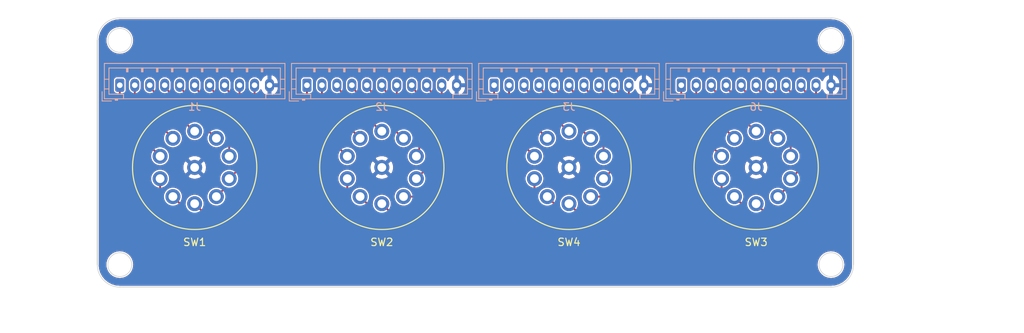
<source format=kicad_pcb>
(kicad_pcb (version 20171130) (host pcbnew "(5.1.2)-1")
  (title_block (date "sam. 04 avril 2015"))
  (layers (0 F.Cu signal) (31 B.Cu signal) (34 B.Paste user) (35 F.Paste user) (36 B.SilkS user) (37 F.SilkS user) (38 B.Mask user) (39 F.Mask user) (44 Edge.Cuts user))
  (net 0 "")
  (net 1 GND)
  (net 2 "Net-(J3-Pad1)")
  (net 3 "Net-(J3-Pad2)")
  (net 4 "Net-(J3-Pad3)")
  (net 5 "Net-(J3-Pad4)")
  (net 6 "Net-(J6-Pad1)")
  (net 7 "Net-(J6-Pad2)")
  (net 8 "Net-(J6-Pad3)")
  (net 9 "Net-(J6-Pad4)")
  (net 10 "Net-(J6-Pad5)")
  (net 11 "Net-(J6-Pad6)")
  (net 12 "Net-(J6-Pad7)")
  (net 13 "Net-(J6-Pad8)")
  (net 14 "Net-(J6-Pad9)")
  (net 15 "Net-(J6-Pad10)")
  (net 16 "Net-(J1-Pad10)")
  (net 17 "Net-(J1-Pad9)")
  (net 18 "Net-(J1-Pad8)")
  (net 19 "Net-(J1-Pad7)")
  (net 20 "Net-(J1-Pad6)")
  (net 21 "Net-(J1-Pad5)")
  (net 22 "Net-(J1-Pad4)")
  (net 23 "Net-(J1-Pad3)")
  (net 24 "Net-(J1-Pad2)")
  (net 25 "Net-(J1-Pad1)")
  (net 26 "Net-(J2-Pad1)")
  (net 27 "Net-(J2-Pad2)")
  (net 28 "Net-(J2-Pad3)")
  (net 29 "Net-(J2-Pad4)")
  (net 30 "Net-(J2-Pad5)")
  (net 31 "Net-(J2-Pad6)")
  (net 32 "Net-(J2-Pad7)")
  (net 33 "Net-(J2-Pad8)")
  (net 34 "Net-(J2-Pad9)")
  (net 35 "Net-(J2-Pad10)")
  (net 36 "Net-(J3-Pad10)")
  (net 37 "Net-(J3-Pad9)")
  (net 38 "Net-(J3-Pad8)")
  (net 39 "Net-(J3-Pad7)")
  (net 40 "Net-(J3-Pad6)")
  (net 41 "Net-(J3-Pad5)")
  (module project_footprints:Rotary10_CK_MA00L1NCGF (layer F.Cu) (at 161 84)
    (fp_text reference SW4 (at 0 10) (layer F.SilkS))
    (fp_text value SW_Rotary10)
    (fp_circle (center 0 0) (end 8.3 0) (layer F.SilkS) (width 0.15))
    (pad 13 thru_hole circle (at 0 0) (size 2 2) (drill 1.17) (layers *.Cu *.Mask) (net 1 GND))
    (pad 1 thru_hole circle (at -4.613 -1.499) (size 2 2) (drill 1.17) (layers *.Cu *.Mask) (net 2 "Net-(J3-Pad1)"))
    (pad 2 thru_hole circle (at -2.9 -3.9) (size 2 2) (drill 1.17) (layers *.Cu *.Mask) (net 3 "Net-(J3-Pad2)"))
    (pad 3 thru_hole circle (at 0 -4.85) (size 2 2) (drill 1.17) (layers *.Cu *.Mask) (net 4 "Net-(J3-Pad3)"))
    (pad 4 thru_hole circle (at 2.9 -3.9) (size 2 2) (drill 1.17) (layers *.Cu *.Mask) (net 5 "Net-(J3-Pad4)"))
    (pad 5 thru_hole circle (at 4.613 -1.499) (size 2 2) (drill 1.17) (layers *.Cu *.Mask) (net 41 "Net-(J3-Pad5)"))
    (pad 6 thru_hole circle (at 4.613 1.499) (size 2 2) (drill 1.17) (layers *.Cu *.Mask) (net 40 "Net-(J3-Pad6)"))
    (pad 7 thru_hole circle (at 2.9 3.9) (size 2 2) (drill 1.17) (layers *.Cu *.Mask) (net 39 "Net-(J3-Pad7)"))
    (pad 8 thru_hole circle (at 0 4.85) (size 2 2) (drill 1.17) (layers *.Cu *.Mask) (net 38 "Net-(J3-Pad8)"))
    (pad 9 thru_hole circle (at -2.9 3.9) (size 2 2) (drill 1.17) (layers *.Cu *.Mask) (net 37 "Net-(J3-Pad9)"))
    (pad 10 thru_hole circle (at -4.613 1.499) (size 2 2) (drill 1.17) (layers *.Cu *.Mask) (net 36 "Net-(J3-Pad10)"))
  )
  (module project_footprints:Rotary10_CK_MA00L1NCGF (layer F.Cu) (at 186 84)
    (fp_text reference SW3 (at 0 10) (layer F.SilkS))
    (fp_text value SW_Rotary10)
    (fp_circle (center 0 0) (end 8.3 0) (layer F.SilkS) (width 0.15))
    (pad 13 thru_hole circle (at 0 0) (size 2 2) (drill 1.17) (layers *.Cu *.Mask) (net 1 GND))
    (pad 1 thru_hole circle (at -4.613 -1.499) (size 2 2) (drill 1.17) (layers *.Cu *.Mask) (net 6 "Net-(J6-Pad1)"))
    (pad 2 thru_hole circle (at -2.9 -3.9) (size 2 2) (drill 1.17) (layers *.Cu *.Mask) (net 7 "Net-(J6-Pad2)"))
    (pad 3 thru_hole circle (at 0 -4.85) (size 2 2) (drill 1.17) (layers *.Cu *.Mask) (net 8 "Net-(J6-Pad3)"))
    (pad 4 thru_hole circle (at 2.9 -3.9) (size 2 2) (drill 1.17) (layers *.Cu *.Mask) (net 9 "Net-(J6-Pad4)"))
    (pad 5 thru_hole circle (at 4.613 -1.499) (size 2 2) (drill 1.17) (layers *.Cu *.Mask) (net 10 "Net-(J6-Pad5)"))
    (pad 6 thru_hole circle (at 4.613 1.499) (size 2 2) (drill 1.17) (layers *.Cu *.Mask) (net 11 "Net-(J6-Pad6)"))
    (pad 7 thru_hole circle (at 2.9 3.9) (size 2 2) (drill 1.17) (layers *.Cu *.Mask) (net 12 "Net-(J6-Pad7)"))
    (pad 8 thru_hole circle (at 0 4.85) (size 2 2) (drill 1.17) (layers *.Cu *.Mask) (net 13 "Net-(J6-Pad8)"))
    (pad 9 thru_hole circle (at -2.9 3.9) (size 2 2) (drill 1.17) (layers *.Cu *.Mask) (net 14 "Net-(J6-Pad9)"))
    (pad 10 thru_hole circle (at -4.613 1.499) (size 2 2) (drill 1.17) (layers *.Cu *.Mask) (net 15 "Net-(J6-Pad10)"))
  )
  (module project_footprints:Rotary10_CK_MA00L1NCGF (layer F.Cu) (at 111 84)
    (fp_text reference SW1 (at 0 10) (layer F.SilkS))
    (fp_text value SW_Rotary10)
    (fp_circle (center 0 0) (end 8.3 0) (layer F.SilkS) (width 0.15))
    (pad 13 thru_hole circle (at 0 0) (size 2 2) (drill 1.17) (layers *.Cu *.Mask) (net 1 GND))
    (pad 1 thru_hole circle (at -4.613 -1.499) (size 2 2) (drill 1.17) (layers *.Cu *.Mask) (net 25 "Net-(J1-Pad1)"))
    (pad 2 thru_hole circle (at -2.9 -3.9) (size 2 2) (drill 1.17) (layers *.Cu *.Mask) (net 24 "Net-(J1-Pad2)"))
    (pad 3 thru_hole circle (at 0 -4.85) (size 2 2) (drill 1.17) (layers *.Cu *.Mask) (net 23 "Net-(J1-Pad3)"))
    (pad 4 thru_hole circle (at 2.9 -3.9) (size 2 2) (drill 1.17) (layers *.Cu *.Mask) (net 22 "Net-(J1-Pad4)"))
    (pad 5 thru_hole circle (at 4.613 -1.499) (size 2 2) (drill 1.17) (layers *.Cu *.Mask) (net 21 "Net-(J1-Pad5)"))
    (pad 6 thru_hole circle (at 4.613 1.499) (size 2 2) (drill 1.17) (layers *.Cu *.Mask) (net 20 "Net-(J1-Pad6)"))
    (pad 7 thru_hole circle (at 2.9 3.9) (size 2 2) (drill 1.17) (layers *.Cu *.Mask) (net 19 "Net-(J1-Pad7)"))
    (pad 8 thru_hole circle (at 0 4.85) (size 2 2) (drill 1.17) (layers *.Cu *.Mask) (net 18 "Net-(J1-Pad8)"))
    (pad 9 thru_hole circle (at -2.9 3.9) (size 2 2) (drill 1.17) (layers *.Cu *.Mask) (net 17 "Net-(J1-Pad9)"))
    (pad 10 thru_hole circle (at -4.613 1.499) (size 2 2) (drill 1.17) (layers *.Cu *.Mask) (net 16 "Net-(J1-Pad10)"))
  )
  (module project_footprints:Rotary10_CK_MA00L1NCGF (layer F.Cu) (at 136 84)
    (fp_text reference SW2 (at 0 10) (layer F.SilkS))
    (fp_text value SW_Rotary10)
    (fp_circle (center 0 0) (end 8.3 0) (layer F.SilkS) (width 0.15))
    (pad 10 thru_hole circle (at -4.613 1.499) (size 2 2) (drill 1.17) (layers *.Cu *.Mask) (net 35 "Net-(J2-Pad10)"))
    (pad 9 thru_hole circle (at -2.9 3.9) (size 2 2) (drill 1.17) (layers *.Cu *.Mask) (net 34 "Net-(J2-Pad9)"))
    (pad 8 thru_hole circle (at 0 4.85) (size 2 2) (drill 1.17) (layers *.Cu *.Mask) (net 33 "Net-(J2-Pad8)"))
    (pad 7 thru_hole circle (at 2.9 3.9) (size 2 2) (drill 1.17) (layers *.Cu *.Mask) (net 32 "Net-(J2-Pad7)"))
    (pad 6 thru_hole circle (at 4.613 1.499) (size 2 2) (drill 1.17) (layers *.Cu *.Mask) (net 31 "Net-(J2-Pad6)"))
    (pad 5 thru_hole circle (at 4.613 -1.499) (size 2 2) (drill 1.17) (layers *.Cu *.Mask) (net 30 "Net-(J2-Pad5)"))
    (pad 4 thru_hole circle (at 2.9 -3.9) (size 2 2) (drill 1.17) (layers *.Cu *.Mask) (net 29 "Net-(J2-Pad4)"))
    (pad 3 thru_hole circle (at 0 -4.85) (size 2 2) (drill 1.17) (layers *.Cu *.Mask) (net 28 "Net-(J2-Pad3)"))
    (pad 2 thru_hole circle (at -2.9 -3.9) (size 2 2) (drill 1.17) (layers *.Cu *.Mask) (net 27 "Net-(J2-Pad2)"))
    (pad 1 thru_hole circle (at -4.613 -1.499) (size 2 2) (drill 1.17) (layers *.Cu *.Mask) (net 26 "Net-(J2-Pad1)"))
    (pad 13 thru_hole circle (at 0 0) (size 2 2) (drill 1.17) (layers *.Cu *.Mask) (net 1 GND))
  )
  (module Connector_JST:JST_PH_B11B-PH-K_1x11_P2.00mm_Vertical (layer B.Cu) (at 101 73)
    (fp_text reference J1 (at 10 2.9 180) (layer B.SilkS) (effects (justify mirror)))
    (fp_text value FLOW)
    (fp_line (start -2.36 2.11) (end -2.36 0.86) (layer B.SilkS) (width 0.12))
    (fp_line (start -1.11 2.11) (end -2.36 2.11) (layer B.SilkS) (width 0.12))
    (fp_line (start 19 -2.3) (end 19 -1.8) (layer B.SilkS) (width 0.12))
    (fp_line (start 19.1 -1.8) (end 19.1 -2.3) (layer B.SilkS) (width 0.12))
    (fp_line (start 18.9 -1.8) (end 19.1 -1.8) (layer B.SilkS) (width 0.12))
    (fp_line (start 18.9 -2.3) (end 18.9 -1.8) (layer B.SilkS) (width 0.12))
    (fp_line (start 17 -2.3) (end 17 -1.8) (layer B.SilkS) (width 0.12))
    (fp_line (start 17.1 -1.8) (end 17.1 -2.3) (layer B.SilkS) (width 0.12))
    (fp_line (start 16.9 -1.8) (end 17.1 -1.8) (layer B.SilkS) (width 0.12))
    (fp_line (start 16.9 -2.3) (end 16.9 -1.8) (layer B.SilkS) (width 0.12))
    (fp_line (start 15 -2.3) (end 15 -1.8) (layer B.SilkS) (width 0.12))
    (fp_line (start 15.1 -1.8) (end 15.1 -2.3) (layer B.SilkS) (width 0.12))
    (fp_line (start 14.9 -1.8) (end 15.1 -1.8) (layer B.SilkS) (width 0.12))
    (fp_line (start 14.9 -2.3) (end 14.9 -1.8) (layer B.SilkS) (width 0.12))
    (fp_line (start 13 -2.3) (end 13 -1.8) (layer B.SilkS) (width 0.12))
    (fp_line (start 13.1 -1.8) (end 13.1 -2.3) (layer B.SilkS) (width 0.12))
    (fp_line (start 12.9 -1.8) (end 13.1 -1.8) (layer B.SilkS) (width 0.12))
    (fp_line (start 12.9 -2.3) (end 12.9 -1.8) (layer B.SilkS) (width 0.12))
    (fp_line (start 11 -2.3) (end 11 -1.8) (layer B.SilkS) (width 0.12))
    (fp_line (start 11.1 -1.8) (end 11.1 -2.3) (layer B.SilkS) (width 0.12))
    (fp_line (start 10.9 -1.8) (end 11.1 -1.8) (layer B.SilkS) (width 0.12))
    (fp_line (start 10.9 -2.3) (end 10.9 -1.8) (layer B.SilkS) (width 0.12))
    (fp_line (start 9 -2.3) (end 9 -1.8) (layer B.SilkS) (width 0.12))
    (fp_line (start 9.1 -1.8) (end 9.1 -2.3) (layer B.SilkS) (width 0.12))
    (fp_line (start 8.9 -1.8) (end 9.1 -1.8) (layer B.SilkS) (width 0.12))
    (fp_line (start 8.9 -2.3) (end 8.9 -1.8) (layer B.SilkS) (width 0.12))
    (fp_line (start 7 -2.3) (end 7 -1.8) (layer B.SilkS) (width 0.12))
    (fp_line (start 7.1 -1.8) (end 7.1 -2.3) (layer B.SilkS) (width 0.12))
    (fp_line (start 6.9 -1.8) (end 7.1 -1.8) (layer B.SilkS) (width 0.12))
    (fp_line (start 6.9 -2.3) (end 6.9 -1.8) (layer B.SilkS) (width 0.12))
    (fp_line (start 5 -2.3) (end 5 -1.8) (layer B.SilkS) (width 0.12))
    (fp_line (start 5.1 -1.8) (end 5.1 -2.3) (layer B.SilkS) (width 0.12))
    (fp_line (start 4.9 -1.8) (end 5.1 -1.8) (layer B.SilkS) (width 0.12))
    (fp_line (start 4.9 -2.3) (end 4.9 -1.8) (layer B.SilkS) (width 0.12))
    (fp_line (start 3 -2.3) (end 3 -1.8) (layer B.SilkS) (width 0.12))
    (fp_line (start 3.1 -1.8) (end 3.1 -2.3) (layer B.SilkS) (width 0.12))
    (fp_line (start 2.9 -1.8) (end 3.1 -1.8) (layer B.SilkS) (width 0.12))
    (fp_line (start 2.9 -2.3) (end 2.9 -1.8) (layer B.SilkS) (width 0.12))
    (fp_line (start 1 -2.3) (end 1 -1.8) (layer B.SilkS) (width 0.12))
    (fp_line (start 1.1 -1.8) (end 1.1 -2.3) (layer B.SilkS) (width 0.12))
    (fp_line (start 0.9 -1.8) (end 1.1 -1.8) (layer B.SilkS) (width 0.12))
    (fp_line (start 0.9 -2.3) (end 0.9 -1.8) (layer B.SilkS) (width 0.12))
    (fp_line (start 22.06 -0.8) (end 21.45 -0.8) (layer B.SilkS) (width 0.12))
    (fp_line (start 22.06 0.5) (end 21.45 0.5) (layer B.SilkS) (width 0.12))
    (fp_line (start -2.06 -0.8) (end -1.45 -0.8) (layer B.SilkS) (width 0.12))
    (fp_line (start -2.06 0.5) (end -1.45 0.5) (layer B.SilkS) (width 0.12))
    (fp_line (start 19.5 1.2) (end 19.5 1.81) (layer B.SilkS) (width 0.12))
    (fp_line (start 21.45 1.2) (end 19.5 1.2) (layer B.SilkS) (width 0.12))
    (fp_line (start 21.45 -2.3) (end 21.45 1.2) (layer B.SilkS) (width 0.12))
    (fp_line (start -1.45 -2.3) (end 21.45 -2.3) (layer B.SilkS) (width 0.12))
    (fp_line (start -1.45 1.2) (end -1.45 -2.3) (layer B.SilkS) (width 0.12))
    (fp_line (start 0.5 1.2) (end -1.45 1.2) (layer B.SilkS) (width 0.12))
    (fp_line (start 0.5 1.81) (end 0.5 1.2) (layer B.SilkS) (width 0.12))
    (fp_line (start -0.3 1.91) (end -0.6 1.91) (layer B.SilkS) (width 0.12))
    (fp_line (start -0.6 2.01) (end -0.6 1.81) (layer B.SilkS) (width 0.12))
    (fp_line (start -0.3 2.01) (end -0.6 2.01) (layer B.SilkS) (width 0.12))
    (fp_line (start -0.3 1.81) (end -0.3 2.01) (layer B.SilkS) (width 0.12))
    (fp_line (start 22.06 1.81) (end -2.06 1.81) (layer B.SilkS) (width 0.12))
    (fp_line (start 22.06 -2.91) (end 22.06 1.81) (layer B.SilkS) (width 0.12))
    (fp_line (start -2.06 -2.91) (end 22.06 -2.91) (layer B.SilkS) (width 0.12))
    (fp_line (start -2.06 1.81) (end -2.06 -2.91) (layer B.SilkS) (width 0.12))
    (pad 11 thru_hole oval (at 20 0) (size 1.2 1.75) (drill 0.75) (layers *.Cu *.Mask) (net 1 GND))
    (pad 10 thru_hole oval (at 18 0) (size 1.2 1.75) (drill 0.75) (layers *.Cu *.Mask) (net 16 "Net-(J1-Pad10)"))
    (pad 9 thru_hole oval (at 16 0) (size 1.2 1.75) (drill 0.75) (layers *.Cu *.Mask) (net 17 "Net-(J1-Pad9)"))
    (pad 8 thru_hole oval (at 14 0) (size 1.2 1.75) (drill 0.75) (layers *.Cu *.Mask) (net 18 "Net-(J1-Pad8)"))
    (pad 7 thru_hole oval (at 12 0) (size 1.2 1.75) (drill 0.75) (layers *.Cu *.Mask) (net 19 "Net-(J1-Pad7)"))
    (pad 6 thru_hole oval (at 10 0) (size 1.2 1.75) (drill 0.75) (layers *.Cu *.Mask) (net 20 "Net-(J1-Pad6)"))
    (pad 5 thru_hole oval (at 8 0) (size 1.2 1.75) (drill 0.75) (layers *.Cu *.Mask) (net 21 "Net-(J1-Pad5)"))
    (pad 4 thru_hole oval (at 6 0) (size 1.2 1.75) (drill 0.75) (layers *.Cu *.Mask) (net 22 "Net-(J1-Pad4)"))
    (pad 3 thru_hole oval (at 4 0) (size 1.2 1.75) (drill 0.75) (layers *.Cu *.Mask) (net 23 "Net-(J1-Pad3)"))
    (pad 2 thru_hole oval (at 2 0) (size 1.2 1.75) (drill 0.75) (layers *.Cu *.Mask) (net 24 "Net-(J1-Pad2)"))
    (pad 1 thru_hole roundrect (at 0 0) (size 1.2 1.75) (drill 0.75) (layers *.Cu *.Mask) (roundrect_rratio 0.208333) (net 25 "Net-(J1-Pad1)"))
  )
  (module Connector_JST:JST_PH_B11B-PH-K_1x11_P2.00mm_Vertical (layer B.Cu) (at 126 73)
    (fp_text reference J2 (at 10 2.9) (layer B.SilkS) (effects (justify mirror)))
    (fp_text value FLOW)
    (fp_line (start -2.06 1.81) (end -2.06 -2.91) (layer B.SilkS) (width 0.12))
    (fp_line (start -2.06 -2.91) (end 22.06 -2.91) (layer B.SilkS) (width 0.12))
    (fp_line (start 22.06 -2.91) (end 22.06 1.81) (layer B.SilkS) (width 0.12))
    (fp_line (start 22.06 1.81) (end -2.06 1.81) (layer B.SilkS) (width 0.12))
    (fp_line (start -0.3 1.81) (end -0.3 2.01) (layer B.SilkS) (width 0.12))
    (fp_line (start -0.3 2.01) (end -0.6 2.01) (layer B.SilkS) (width 0.12))
    (fp_line (start -0.6 2.01) (end -0.6 1.81) (layer B.SilkS) (width 0.12))
    (fp_line (start -0.3 1.91) (end -0.6 1.91) (layer B.SilkS) (width 0.12))
    (fp_line (start 0.5 1.81) (end 0.5 1.2) (layer B.SilkS) (width 0.12))
    (fp_line (start 0.5 1.2) (end -1.45 1.2) (layer B.SilkS) (width 0.12))
    (fp_line (start -1.45 1.2) (end -1.45 -2.3) (layer B.SilkS) (width 0.12))
    (fp_line (start -1.45 -2.3) (end 21.45 -2.3) (layer B.SilkS) (width 0.12))
    (fp_line (start 21.45 -2.3) (end 21.45 1.2) (layer B.SilkS) (width 0.12))
    (fp_line (start 21.45 1.2) (end 19.5 1.2) (layer B.SilkS) (width 0.12))
    (fp_line (start 19.5 1.2) (end 19.5 1.81) (layer B.SilkS) (width 0.12))
    (fp_line (start -2.06 0.5) (end -1.45 0.5) (layer B.SilkS) (width 0.12))
    (fp_line (start -2.06 -0.8) (end -1.45 -0.8) (layer B.SilkS) (width 0.12))
    (fp_line (start 22.06 0.5) (end 21.45 0.5) (layer B.SilkS) (width 0.12))
    (fp_line (start 22.06 -0.8) (end 21.45 -0.8) (layer B.SilkS) (width 0.12))
    (fp_line (start 0.9 -2.3) (end 0.9 -1.8) (layer B.SilkS) (width 0.12))
    (fp_line (start 0.9 -1.8) (end 1.1 -1.8) (layer B.SilkS) (width 0.12))
    (fp_line (start 1.1 -1.8) (end 1.1 -2.3) (layer B.SilkS) (width 0.12))
    (fp_line (start 1 -2.3) (end 1 -1.8) (layer B.SilkS) (width 0.12))
    (fp_line (start 2.9 -2.3) (end 2.9 -1.8) (layer B.SilkS) (width 0.12))
    (fp_line (start 2.9 -1.8) (end 3.1 -1.8) (layer B.SilkS) (width 0.12))
    (fp_line (start 3.1 -1.8) (end 3.1 -2.3) (layer B.SilkS) (width 0.12))
    (fp_line (start 3 -2.3) (end 3 -1.8) (layer B.SilkS) (width 0.12))
    (fp_line (start 4.9 -2.3) (end 4.9 -1.8) (layer B.SilkS) (width 0.12))
    (fp_line (start 4.9 -1.8) (end 5.1 -1.8) (layer B.SilkS) (width 0.12))
    (fp_line (start 5.1 -1.8) (end 5.1 -2.3) (layer B.SilkS) (width 0.12))
    (fp_line (start 5 -2.3) (end 5 -1.8) (layer B.SilkS) (width 0.12))
    (fp_line (start 6.9 -2.3) (end 6.9 -1.8) (layer B.SilkS) (width 0.12))
    (fp_line (start 6.9 -1.8) (end 7.1 -1.8) (layer B.SilkS) (width 0.12))
    (fp_line (start 7.1 -1.8) (end 7.1 -2.3) (layer B.SilkS) (width 0.12))
    (fp_line (start 7 -2.3) (end 7 -1.8) (layer B.SilkS) (width 0.12))
    (fp_line (start 8.9 -2.3) (end 8.9 -1.8) (layer B.SilkS) (width 0.12))
    (fp_line (start 8.9 -1.8) (end 9.1 -1.8) (layer B.SilkS) (width 0.12))
    (fp_line (start 9.1 -1.8) (end 9.1 -2.3) (layer B.SilkS) (width 0.12))
    (fp_line (start 9 -2.3) (end 9 -1.8) (layer B.SilkS) (width 0.12))
    (fp_line (start 10.9 -2.3) (end 10.9 -1.8) (layer B.SilkS) (width 0.12))
    (fp_line (start 10.9 -1.8) (end 11.1 -1.8) (layer B.SilkS) (width 0.12))
    (fp_line (start 11.1 -1.8) (end 11.1 -2.3) (layer B.SilkS) (width 0.12))
    (fp_line (start 11 -2.3) (end 11 -1.8) (layer B.SilkS) (width 0.12))
    (fp_line (start 12.9 -2.3) (end 12.9 -1.8) (layer B.SilkS) (width 0.12))
    (fp_line (start 12.9 -1.8) (end 13.1 -1.8) (layer B.SilkS) (width 0.12))
    (fp_line (start 13.1 -1.8) (end 13.1 -2.3) (layer B.SilkS) (width 0.12))
    (fp_line (start 13 -2.3) (end 13 -1.8) (layer B.SilkS) (width 0.12))
    (fp_line (start 14.9 -2.3) (end 14.9 -1.8) (layer B.SilkS) (width 0.12))
    (fp_line (start 14.9 -1.8) (end 15.1 -1.8) (layer B.SilkS) (width 0.12))
    (fp_line (start 15.1 -1.8) (end 15.1 -2.3) (layer B.SilkS) (width 0.12))
    (fp_line (start 15 -2.3) (end 15 -1.8) (layer B.SilkS) (width 0.12))
    (fp_line (start 16.9 -2.3) (end 16.9 -1.8) (layer B.SilkS) (width 0.12))
    (fp_line (start 16.9 -1.8) (end 17.1 -1.8) (layer B.SilkS) (width 0.12))
    (fp_line (start 17.1 -1.8) (end 17.1 -2.3) (layer B.SilkS) (width 0.12))
    (fp_line (start 17 -2.3) (end 17 -1.8) (layer B.SilkS) (width 0.12))
    (fp_line (start 18.9 -2.3) (end 18.9 -1.8) (layer B.SilkS) (width 0.12))
    (fp_line (start 18.9 -1.8) (end 19.1 -1.8) (layer B.SilkS) (width 0.12))
    (fp_line (start 19.1 -1.8) (end 19.1 -2.3) (layer B.SilkS) (width 0.12))
    (fp_line (start 19 -2.3) (end 19 -1.8) (layer B.SilkS) (width 0.12))
    (fp_line (start -1.11 2.11) (end -2.36 2.11) (layer B.SilkS) (width 0.12))
    (fp_line (start -2.36 2.11) (end -2.36 0.86) (layer B.SilkS) (width 0.12))
    (pad 1 thru_hole roundrect (at 0 0) (size 1.2 1.75) (drill 0.75) (layers *.Cu *.Mask) (roundrect_rratio 0.208333) (net 26 "Net-(J2-Pad1)"))
    (pad 2 thru_hole oval (at 2 0) (size 1.2 1.75) (drill 0.75) (layers *.Cu *.Mask) (net 27 "Net-(J2-Pad2)"))
    (pad 3 thru_hole oval (at 4 0) (size 1.2 1.75) (drill 0.75) (layers *.Cu *.Mask) (net 28 "Net-(J2-Pad3)"))
    (pad 4 thru_hole oval (at 6 0) (size 1.2 1.75) (drill 0.75) (layers *.Cu *.Mask) (net 29 "Net-(J2-Pad4)"))
    (pad 5 thru_hole oval (at 8 0) (size 1.2 1.75) (drill 0.75) (layers *.Cu *.Mask) (net 30 "Net-(J2-Pad5)"))
    (pad 6 thru_hole oval (at 10 0) (size 1.2 1.75) (drill 0.75) (layers *.Cu *.Mask) (net 31 "Net-(J2-Pad6)"))
    (pad 7 thru_hole oval (at 12 0) (size 1.2 1.75) (drill 0.75) (layers *.Cu *.Mask) (net 32 "Net-(J2-Pad7)"))
    (pad 8 thru_hole oval (at 14 0) (size 1.2 1.75) (drill 0.75) (layers *.Cu *.Mask) (net 33 "Net-(J2-Pad8)"))
    (pad 9 thru_hole oval (at 16 0) (size 1.2 1.75) (drill 0.75) (layers *.Cu *.Mask) (net 34 "Net-(J2-Pad9)"))
    (pad 10 thru_hole oval (at 18 0) (size 1.2 1.75) (drill 0.75) (layers *.Cu *.Mask) (net 35 "Net-(J2-Pad10)"))
    (pad 11 thru_hole oval (at 20 0) (size 1.2 1.75) (drill 0.75) (layers *.Cu *.Mask) (net 1 GND))
  )
  (module Connector_JST:JST_PH_B11B-PH-K_1x11_P2.00mm_Vertical (layer B.Cu) (at 151 73)
    (fp_text reference J3 (at 10 2.9) (layer B.SilkS) (effects (justify mirror)))
    (fp_text value FLOW)
    (fp_line (start -2.36 2.11) (end -2.36 0.86) (layer B.SilkS) (width 0.12))
    (fp_line (start -1.11 2.11) (end -2.36 2.11) (layer B.SilkS) (width 0.12))
    (fp_line (start 19 -2.3) (end 19 -1.8) (layer B.SilkS) (width 0.12))
    (fp_line (start 19.1 -1.8) (end 19.1 -2.3) (layer B.SilkS) (width 0.12))
    (fp_line (start 18.9 -1.8) (end 19.1 -1.8) (layer B.SilkS) (width 0.12))
    (fp_line (start 18.9 -2.3) (end 18.9 -1.8) (layer B.SilkS) (width 0.12))
    (fp_line (start 17 -2.3) (end 17 -1.8) (layer B.SilkS) (width 0.12))
    (fp_line (start 17.1 -1.8) (end 17.1 -2.3) (layer B.SilkS) (width 0.12))
    (fp_line (start 16.9 -1.8) (end 17.1 -1.8) (layer B.SilkS) (width 0.12))
    (fp_line (start 16.9 -2.3) (end 16.9 -1.8) (layer B.SilkS) (width 0.12))
    (fp_line (start 15 -2.3) (end 15 -1.8) (layer B.SilkS) (width 0.12))
    (fp_line (start 15.1 -1.8) (end 15.1 -2.3) (layer B.SilkS) (width 0.12))
    (fp_line (start 14.9 -1.8) (end 15.1 -1.8) (layer B.SilkS) (width 0.12))
    (fp_line (start 14.9 -2.3) (end 14.9 -1.8) (layer B.SilkS) (width 0.12))
    (fp_line (start 13 -2.3) (end 13 -1.8) (layer B.SilkS) (width 0.12))
    (fp_line (start 13.1 -1.8) (end 13.1 -2.3) (layer B.SilkS) (width 0.12))
    (fp_line (start 12.9 -1.8) (end 13.1 -1.8) (layer B.SilkS) (width 0.12))
    (fp_line (start 12.9 -2.3) (end 12.9 -1.8) (layer B.SilkS) (width 0.12))
    (fp_line (start 11 -2.3) (end 11 -1.8) (layer B.SilkS) (width 0.12))
    (fp_line (start 11.1 -1.8) (end 11.1 -2.3) (layer B.SilkS) (width 0.12))
    (fp_line (start 10.9 -1.8) (end 11.1 -1.8) (layer B.SilkS) (width 0.12))
    (fp_line (start 10.9 -2.3) (end 10.9 -1.8) (layer B.SilkS) (width 0.12))
    (fp_line (start 9 -2.3) (end 9 -1.8) (layer B.SilkS) (width 0.12))
    (fp_line (start 9.1 -1.8) (end 9.1 -2.3) (layer B.SilkS) (width 0.12))
    (fp_line (start 8.9 -1.8) (end 9.1 -1.8) (layer B.SilkS) (width 0.12))
    (fp_line (start 8.9 -2.3) (end 8.9 -1.8) (layer B.SilkS) (width 0.12))
    (fp_line (start 7 -2.3) (end 7 -1.8) (layer B.SilkS) (width 0.12))
    (fp_line (start 7.1 -1.8) (end 7.1 -2.3) (layer B.SilkS) (width 0.12))
    (fp_line (start 6.9 -1.8) (end 7.1 -1.8) (layer B.SilkS) (width 0.12))
    (fp_line (start 6.9 -2.3) (end 6.9 -1.8) (layer B.SilkS) (width 0.12))
    (fp_line (start 5 -2.3) (end 5 -1.8) (layer B.SilkS) (width 0.12))
    (fp_line (start 5.1 -1.8) (end 5.1 -2.3) (layer B.SilkS) (width 0.12))
    (fp_line (start 4.9 -1.8) (end 5.1 -1.8) (layer B.SilkS) (width 0.12))
    (fp_line (start 4.9 -2.3) (end 4.9 -1.8) (layer B.SilkS) (width 0.12))
    (fp_line (start 3 -2.3) (end 3 -1.8) (layer B.SilkS) (width 0.12))
    (fp_line (start 3.1 -1.8) (end 3.1 -2.3) (layer B.SilkS) (width 0.12))
    (fp_line (start 2.9 -1.8) (end 3.1 -1.8) (layer B.SilkS) (width 0.12))
    (fp_line (start 2.9 -2.3) (end 2.9 -1.8) (layer B.SilkS) (width 0.12))
    (fp_line (start 1 -2.3) (end 1 -1.8) (layer B.SilkS) (width 0.12))
    (fp_line (start 1.1 -1.8) (end 1.1 -2.3) (layer B.SilkS) (width 0.12))
    (fp_line (start 0.9 -1.8) (end 1.1 -1.8) (layer B.SilkS) (width 0.12))
    (fp_line (start 0.9 -2.3) (end 0.9 -1.8) (layer B.SilkS) (width 0.12))
    (fp_line (start 22.06 -0.8) (end 21.45 -0.8) (layer B.SilkS) (width 0.12))
    (fp_line (start 22.06 0.5) (end 21.45 0.5) (layer B.SilkS) (width 0.12))
    (fp_line (start -2.06 -0.8) (end -1.45 -0.8) (layer B.SilkS) (width 0.12))
    (fp_line (start -2.06 0.5) (end -1.45 0.5) (layer B.SilkS) (width 0.12))
    (fp_line (start 19.5 1.2) (end 19.5 1.81) (layer B.SilkS) (width 0.12))
    (fp_line (start 21.45 1.2) (end 19.5 1.2) (layer B.SilkS) (width 0.12))
    (fp_line (start 21.45 -2.3) (end 21.45 1.2) (layer B.SilkS) (width 0.12))
    (fp_line (start -1.45 -2.3) (end 21.45 -2.3) (layer B.SilkS) (width 0.12))
    (fp_line (start -1.45 1.2) (end -1.45 -2.3) (layer B.SilkS) (width 0.12))
    (fp_line (start 0.5 1.2) (end -1.45 1.2) (layer B.SilkS) (width 0.12))
    (fp_line (start 0.5 1.81) (end 0.5 1.2) (layer B.SilkS) (width 0.12))
    (fp_line (start -0.3 1.91) (end -0.6 1.91) (layer B.SilkS) (width 0.12))
    (fp_line (start -0.6 2.01) (end -0.6 1.81) (layer B.SilkS) (width 0.12))
    (fp_line (start -0.3 2.01) (end -0.6 2.01) (layer B.SilkS) (width 0.12))
    (fp_line (start -0.3 1.81) (end -0.3 2.01) (layer B.SilkS) (width 0.12))
    (fp_line (start 22.06 1.81) (end -2.06 1.81) (layer B.SilkS) (width 0.12))
    (fp_line (start 22.06 -2.91) (end 22.06 1.81) (layer B.SilkS) (width 0.12))
    (fp_line (start -2.06 -2.91) (end 22.06 -2.91) (layer B.SilkS) (width 0.12))
    (fp_line (start -2.06 1.81) (end -2.06 -2.91) (layer B.SilkS) (width 0.12))
    (pad 11 thru_hole oval (at 20 0) (size 1.2 1.75) (drill 0.75) (layers *.Cu *.Mask) (net 1 GND))
    (pad 10 thru_hole oval (at 18 0) (size 1.2 1.75) (drill 0.75) (layers *.Cu *.Mask) (net 36 "Net-(J3-Pad10)"))
    (pad 9 thru_hole oval (at 16 0) (size 1.2 1.75) (drill 0.75) (layers *.Cu *.Mask) (net 37 "Net-(J3-Pad9)"))
    (pad 8 thru_hole oval (at 14 0) (size 1.2 1.75) (drill 0.75) (layers *.Cu *.Mask) (net 38 "Net-(J3-Pad8)"))
    (pad 7 thru_hole oval (at 12 0) (size 1.2 1.75) (drill 0.75) (layers *.Cu *.Mask) (net 39 "Net-(J3-Pad7)"))
    (pad 6 thru_hole oval (at 10 0) (size 1.2 1.75) (drill 0.75) (layers *.Cu *.Mask) (net 40 "Net-(J3-Pad6)"))
    (pad 5 thru_hole oval (at 8 0) (size 1.2 1.75) (drill 0.75) (layers *.Cu *.Mask) (net 41 "Net-(J3-Pad5)"))
    (pad 4 thru_hole oval (at 6 0) (size 1.2 1.75) (drill 0.75) (layers *.Cu *.Mask) (net 5 "Net-(J3-Pad4)"))
    (pad 3 thru_hole oval (at 4 0) (size 1.2 1.75) (drill 0.75) (layers *.Cu *.Mask) (net 4 "Net-(J3-Pad3)"))
    (pad 2 thru_hole oval (at 2 0) (size 1.2 1.75) (drill 0.75) (layers *.Cu *.Mask) (net 3 "Net-(J3-Pad2)"))
    (pad 1 thru_hole roundrect (at 0 0) (size 1.2 1.75) (drill 0.75) (layers *.Cu *.Mask) (roundrect_rratio 0.208333) (net 2 "Net-(J3-Pad1)"))
  )
  (module Connector_JST:JST_PH_B11B-PH-K_1x11_P2.00mm_Vertical (layer B.Cu) (at 176 73)
    (fp_text reference J6 (at 10 2.9) (layer B.SilkS) (effects (justify mirror)))
    (fp_text value FLOW)
    (fp_line (start -2.06 1.81) (end -2.06 -2.91) (layer B.SilkS) (width 0.12))
    (fp_line (start -2.06 -2.91) (end 22.06 -2.91) (layer B.SilkS) (width 0.12))
    (fp_line (start 22.06 -2.91) (end 22.06 1.81) (layer B.SilkS) (width 0.12))
    (fp_line (start 22.06 1.81) (end -2.06 1.81) (layer B.SilkS) (width 0.12))
    (fp_line (start -0.3 1.81) (end -0.3 2.01) (layer B.SilkS) (width 0.12))
    (fp_line (start -0.3 2.01) (end -0.6 2.01) (layer B.SilkS) (width 0.12))
    (fp_line (start -0.6 2.01) (end -0.6 1.81) (layer B.SilkS) (width 0.12))
    (fp_line (start -0.3 1.91) (end -0.6 1.91) (layer B.SilkS) (width 0.12))
    (fp_line (start 0.5 1.81) (end 0.5 1.2) (layer B.SilkS) (width 0.12))
    (fp_line (start 0.5 1.2) (end -1.45 1.2) (layer B.SilkS) (width 0.12))
    (fp_line (start -1.45 1.2) (end -1.45 -2.3) (layer B.SilkS) (width 0.12))
    (fp_line (start -1.45 -2.3) (end 21.45 -2.3) (layer B.SilkS) (width 0.12))
    (fp_line (start 21.45 -2.3) (end 21.45 1.2) (layer B.SilkS) (width 0.12))
    (fp_line (start 21.45 1.2) (end 19.5 1.2) (layer B.SilkS) (width 0.12))
    (fp_line (start 19.5 1.2) (end 19.5 1.81) (layer B.SilkS) (width 0.12))
    (fp_line (start -2.06 0.5) (end -1.45 0.5) (layer B.SilkS) (width 0.12))
    (fp_line (start -2.06 -0.8) (end -1.45 -0.8) (layer B.SilkS) (width 0.12))
    (fp_line (start 22.06 0.5) (end 21.45 0.5) (layer B.SilkS) (width 0.12))
    (fp_line (start 22.06 -0.8) (end 21.45 -0.8) (layer B.SilkS) (width 0.12))
    (fp_line (start 0.9 -2.3) (end 0.9 -1.8) (layer B.SilkS) (width 0.12))
    (fp_line (start 0.9 -1.8) (end 1.1 -1.8) (layer B.SilkS) (width 0.12))
    (fp_line (start 1.1 -1.8) (end 1.1 -2.3) (layer B.SilkS) (width 0.12))
    (fp_line (start 1 -2.3) (end 1 -1.8) (layer B.SilkS) (width 0.12))
    (fp_line (start 2.9 -2.3) (end 2.9 -1.8) (layer B.SilkS) (width 0.12))
    (fp_line (start 2.9 -1.8) (end 3.1 -1.8) (layer B.SilkS) (width 0.12))
    (fp_line (start 3.1 -1.8) (end 3.1 -2.3) (layer B.SilkS) (width 0.12))
    (fp_line (start 3 -2.3) (end 3 -1.8) (layer B.SilkS) (width 0.12))
    (fp_line (start 4.9 -2.3) (end 4.9 -1.8) (layer B.SilkS) (width 0.12))
    (fp_line (start 4.9 -1.8) (end 5.1 -1.8) (layer B.SilkS) (width 0.12))
    (fp_line (start 5.1 -1.8) (end 5.1 -2.3) (layer B.SilkS) (width 0.12))
    (fp_line (start 5 -2.3) (end 5 -1.8) (layer B.SilkS) (width 0.12))
    (fp_line (start 6.9 -2.3) (end 6.9 -1.8) (layer B.SilkS) (width 0.12))
    (fp_line (start 6.9 -1.8) (end 7.1 -1.8) (layer B.SilkS) (width 0.12))
    (fp_line (start 7.1 -1.8) (end 7.1 -2.3) (layer B.SilkS) (width 0.12))
    (fp_line (start 7 -2.3) (end 7 -1.8) (layer B.SilkS) (width 0.12))
    (fp_line (start 8.9 -2.3) (end 8.9 -1.8) (layer B.SilkS) (width 0.12))
    (fp_line (start 8.9 -1.8) (end 9.1 -1.8) (layer B.SilkS) (width 0.12))
    (fp_line (start 9.1 -1.8) (end 9.1 -2.3) (layer B.SilkS) (width 0.12))
    (fp_line (start 9 -2.3) (end 9 -1.8) (layer B.SilkS) (width 0.12))
    (fp_line (start 10.9 -2.3) (end 10.9 -1.8) (layer B.SilkS) (width 0.12))
    (fp_line (start 10.9 -1.8) (end 11.1 -1.8) (layer B.SilkS) (width 0.12))
    (fp_line (start 11.1 -1.8) (end 11.1 -2.3) (layer B.SilkS) (width 0.12))
    (fp_line (start 11 -2.3) (end 11 -1.8) (layer B.SilkS) (width 0.12))
    (fp_line (start 12.9 -2.3) (end 12.9 -1.8) (layer B.SilkS) (width 0.12))
    (fp_line (start 12.9 -1.8) (end 13.1 -1.8) (layer B.SilkS) (width 0.12))
    (fp_line (start 13.1 -1.8) (end 13.1 -2.3) (layer B.SilkS) (width 0.12))
    (fp_line (start 13 -2.3) (end 13 -1.8) (layer B.SilkS) (width 0.12))
    (fp_line (start 14.9 -2.3) (end 14.9 -1.8) (layer B.SilkS) (width 0.12))
    (fp_line (start 14.9 -1.8) (end 15.1 -1.8) (layer B.SilkS) (width 0.12))
    (fp_line (start 15.1 -1.8) (end 15.1 -2.3) (layer B.SilkS) (width 0.12))
    (fp_line (start 15 -2.3) (end 15 -1.8) (layer B.SilkS) (width 0.12))
    (fp_line (start 16.9 -2.3) (end 16.9 -1.8) (layer B.SilkS) (width 0.12))
    (fp_line (start 16.9 -1.8) (end 17.1 -1.8) (layer B.SilkS) (width 0.12))
    (fp_line (start 17.1 -1.8) (end 17.1 -2.3) (layer B.SilkS) (width 0.12))
    (fp_line (start 17 -2.3) (end 17 -1.8) (layer B.SilkS) (width 0.12))
    (fp_line (start 18.9 -2.3) (end 18.9 -1.8) (layer B.SilkS) (width 0.12))
    (fp_line (start 18.9 -1.8) (end 19.1 -1.8) (layer B.SilkS) (width 0.12))
    (fp_line (start 19.1 -1.8) (end 19.1 -2.3) (layer B.SilkS) (width 0.12))
    (fp_line (start 19 -2.3) (end 19 -1.8) (layer B.SilkS) (width 0.12))
    (fp_line (start -1.11 2.11) (end -2.36 2.11) (layer B.SilkS) (width 0.12))
    (fp_line (start -2.36 2.11) (end -2.36 0.86) (layer B.SilkS) (width 0.12))
    (pad 1 thru_hole roundrect (at 0 0) (size 1.2 1.75) (drill 0.75) (layers *.Cu *.Mask) (roundrect_rratio 0.208333) (net 6 "Net-(J6-Pad1)"))
    (pad 2 thru_hole oval (at 2 0) (size 1.2 1.75) (drill 0.75) (layers *.Cu *.Mask) (net 7 "Net-(J6-Pad2)"))
    (pad 3 thru_hole oval (at 4 0) (size 1.2 1.75) (drill 0.75) (layers *.Cu *.Mask) (net 8 "Net-(J6-Pad3)"))
    (pad 4 thru_hole oval (at 6 0) (size 1.2 1.75) (drill 0.75) (layers *.Cu *.Mask) (net 9 "Net-(J6-Pad4)"))
    (pad 5 thru_hole oval (at 8 0) (size 1.2 1.75) (drill 0.75) (layers *.Cu *.Mask) (net 10 "Net-(J6-Pad5)"))
    (pad 6 thru_hole oval (at 10 0) (size 1.2 1.75) (drill 0.75) (layers *.Cu *.Mask) (net 11 "Net-(J6-Pad6)"))
    (pad 7 thru_hole oval (at 12 0) (size 1.2 1.75) (drill 0.75) (layers *.Cu *.Mask) (net 12 "Net-(J6-Pad7)"))
    (pad 8 thru_hole oval (at 14 0) (size 1.2 1.75) (drill 0.75) (layers *.Cu *.Mask) (net 13 "Net-(J6-Pad8)"))
    (pad 9 thru_hole oval (at 16 0) (size 1.2 1.75) (drill 0.75) (layers *.Cu *.Mask) (net 14 "Net-(J6-Pad9)"))
    (pad 10 thru_hole oval (at 18 0) (size 1.2 1.75) (drill 0.75) (layers *.Cu *.Mask) (net 15 "Net-(J6-Pad10)"))
    (pad 11 thru_hole oval (at 20 0) (size 1.2 1.75) (drill 0.75) (layers *.Cu *.Mask) (net 1 GND))
  )
  (gr_circle (center 101 67) (end 102.6 67) (layer Edge.Cuts) (width 0.1))
  (gr_circle (center 196 67) (end 197.6 67) (layer Edge.Cuts) (width 0.1))
  (gr_circle (center 196 97) (end 197.6 97) (layer Edge.Cuts) (width 0.1))
  (gr_circle (center 101 97) (end 102.6 97) (layer Edge.Cuts) (width 0.1))
  (gr_arc (start 196 67) (end 199 67) (angle -90) (layer Edge.Cuts) (width 0.1))
  (gr_arc (start 196 97) (end 196 100) (angle -90) (layer Edge.Cuts) (width 0.1))
  (gr_arc (start 101 67) (end 101 64) (angle -90) (layer Edge.Cuts) (width 0.1))
  (gr_arc (start 101 97) (end 98 97) (angle -90) (layer Edge.Cuts) (width 0.1))
  (gr_line (start 98 67) (end 98 97) (layer Edge.Cuts) (width 0.15))
  (gr_line (start 196 64) (end 101 64) (layer Edge.Cuts) (width 0.1))
  (gr_line (start 199 97) (end 199 67) (layer Edge.Cuts) (width 0.15))
  (gr_line (start 101 100) (end 196 100) (layer Edge.Cuts) (width 0.1))
  (segment (start 151 77.114) (end 156.387 82.501) (width 0.25) (layer F.Cu) (net 2))
  (segment (start 151 73) (end 151 77.114) (width 0.25) (layer F.Cu) (net 2))
  (segment (start 153 75) (end 158.1 80.1) (width 0.25) (layer F.Cu) (net 3))
  (segment (start 153 73) (end 153 75) (width 0.25) (layer F.Cu) (net 3))
  (segment (start 160.875 79.15) (end 161 79.15) (width 0.25) (layer F.Cu) (net 4))
  (segment (start 155 73.275) (end 160.875 79.15) (width 0.25) (layer F.Cu) (net 4))
  (segment (start 155 73) (end 155 73.275) (width 0.25) (layer F.Cu) (net 4))
  (segment (start 163.825 80.1) (end 163.9 80.1) (width 0.25) (layer F.Cu) (net 5))
  (segment (start 157 73.275) (end 163.825 80.1) (width 0.25) (layer F.Cu) (net 5))
  (segment (start 157 73) (end 157 73.275) (width 0.25) (layer F.Cu) (net 5))
  (segment (start 176 77.114) (end 181.387 82.501) (width 0.25) (layer F.Cu) (net 6))
  (segment (start 176 73) (end 176 77.114) (width 0.25) (layer F.Cu) (net 6))
  (segment (start 178 75) (end 183.1 80.1) (width 0.25) (layer F.Cu) (net 7))
  (segment (start 178 73) (end 178 75) (width 0.25) (layer F.Cu) (net 7))
  (segment (start 185.875 79.15) (end 186 79.15) (width 0.25) (layer F.Cu) (net 8))
  (segment (start 180 73.275) (end 185.875 79.15) (width 0.25) (layer F.Cu) (net 8))
  (segment (start 180 73) (end 180 73.275) (width 0.25) (layer F.Cu) (net 8))
  (segment (start 188.825 80.1) (end 188.9 80.1) (width 0.25) (layer F.Cu) (net 9))
  (segment (start 182 73.275) (end 188.825 80.1) (width 0.25) (layer F.Cu) (net 9))
  (segment (start 182 73) (end 182 73.275) (width 0.25) (layer F.Cu) (net 9))
  (segment (start 190.613 81.086787) (end 190.613 82.501) (width 0.25) (layer F.Cu) (net 10))
  (segment (start 190.613 79.888) (end 190.613 81.086787) (width 0.25) (layer F.Cu) (net 10))
  (segment (start 184 73.275) (end 190.613 79.888) (width 0.25) (layer F.Cu) (net 10))
  (segment (start 184 73) (end 184 73.275) (width 0.25) (layer F.Cu) (net 10))
  (segment (start 191.612999 84.499001) (end 190.613 85.499) (width 0.25) (layer F.Cu) (net 11))
  (segment (start 191.938001 84.173999) (end 191.612999 84.499001) (width 0.25) (layer F.Cu) (net 11))
  (segment (start 191.938001 79.213001) (end 191.938001 84.173999) (width 0.25) (layer F.Cu) (net 11))
  (segment (start 186 73.275) (end 191.938001 79.213001) (width 0.25) (layer F.Cu) (net 11))
  (segment (start 186 73) (end 186 73.275) (width 0.25) (layer F.Cu) (net 11))
  (segment (start 189.899999 86.900001) (end 188.9 87.9) (width 0.25) (layer F.Cu) (net 12))
  (segment (start 191.173001 86.900001) (end 189.899999 86.900001) (width 0.25) (layer F.Cu) (net 12))
  (segment (start 192.38801 85.684992) (end 191.173001 86.900001) (width 0.25) (layer F.Cu) (net 12))
  (segment (start 192.38801 77.66301) (end 192.38801 85.684992) (width 0.25) (layer F.Cu) (net 12))
  (segment (start 188 73.275) (end 192.38801 77.66301) (width 0.25) (layer F.Cu) (net 12))
  (segment (start 188 73) (end 188 73.275) (width 0.25) (layer F.Cu) (net 12))
  (segment (start 186.999999 89.849999) (end 186 88.85) (width 0.25) (layer F.Cu) (net 13))
  (segment (start 188.859413 89.849999) (end 186.999999 89.849999) (width 0.25) (layer F.Cu) (net 13))
  (segment (start 192.838019 85.871393) (end 188.859413 89.849999) (width 0.25) (layer F.Cu) (net 13))
  (segment (start 192.838019 76.113019) (end 192.838019 85.871393) (width 0.25) (layer F.Cu) (net 13))
  (segment (start 190 73.275) (end 192.838019 76.113019) (width 0.25) (layer F.Cu) (net 13))
  (segment (start 190 73) (end 190 73.275) (width 0.25) (layer F.Cu) (net 13))
  (segment (start 184.099999 88.899999) (end 183.1 87.9) (width 0.25) (layer F.Cu) (net 14))
  (segment (start 193.288028 86.057794) (end 189.045813 90.300009) (width 0.25) (layer F.Cu) (net 14))
  (segment (start 185.500009 90.300009) (end 184.099999 88.899999) (width 0.25) (layer F.Cu) (net 14))
  (segment (start 193.288028 74.563028) (end 193.288028 86.057794) (width 0.25) (layer F.Cu) (net 14))
  (segment (start 189.045813 90.300009) (end 185.500009 90.300009) (width 0.25) (layer F.Cu) (net 14))
  (segment (start 192 73.275) (end 193.288028 74.563028) (width 0.25) (layer F.Cu) (net 14))
  (segment (start 192 73) (end 192 73.275) (width 0.25) (layer F.Cu) (net 14))
  (segment (start 181.387 86.913213) (end 181.387 85.499) (width 0.25) (layer F.Cu) (net 15))
  (segment (start 181.387 88.148002) (end 181.387 86.913213) (width 0.25) (layer F.Cu) (net 15))
  (segment (start 183.989017 90.750019) (end 181.387 88.148002) (width 0.25) (layer F.Cu) (net 15))
  (segment (start 189.232213 90.750019) (end 183.989017 90.750019) (width 0.25) (layer F.Cu) (net 15))
  (segment (start 194 85.982232) (end 189.232213 90.750019) (width 0.25) (layer F.Cu) (net 15))
  (segment (start 194 73) (end 194 85.982232) (width 0.25) (layer F.Cu) (net 15))
  (segment (start 106.387 86.913213) (end 106.387 85.499) (width 0.25) (layer F.Cu) (net 16))
  (segment (start 106.387 88.148002) (end 106.387 86.913213) (width 0.25) (layer F.Cu) (net 16))
  (segment (start 108.989017 90.750019) (end 106.387 88.148002) (width 0.25) (layer F.Cu) (net 16))
  (segment (start 114.283803 90.750019) (end 108.989017 90.750019) (width 0.25) (layer F.Cu) (net 16))
  (segment (start 119 86.033822) (end 114.283803 90.750019) (width 0.25) (layer F.Cu) (net 16))
  (segment (start 119 73) (end 119 86.033822) (width 0.25) (layer F.Cu) (net 16))
  (segment (start 109.099999 88.899999) (end 108.1 87.9) (width 0.25) (layer F.Cu) (net 17))
  (segment (start 110.500009 90.300009) (end 109.099999 88.899999) (width 0.25) (layer F.Cu) (net 17))
  (segment (start 114.097403 90.300009) (end 110.500009 90.300009) (width 0.25) (layer F.Cu) (net 17))
  (segment (start 118.288029 86.109383) (end 114.097403 90.300009) (width 0.25) (layer F.Cu) (net 17))
  (segment (start 118.28803 75.92662) (end 118.288029 86.109383) (width 0.25) (layer F.Cu) (net 17))
  (segment (start 117 74.63859) (end 118.28803 75.92662) (width 0.25) (layer F.Cu) (net 17))
  (segment (start 117 73) (end 117 74.63859) (width 0.25) (layer F.Cu) (net 17))
  (segment (start 111.999999 89.849999) (end 111 88.85) (width 0.25) (layer F.Cu) (net 18))
  (segment (start 113.911003 89.849999) (end 111.999999 89.849999) (width 0.25) (layer F.Cu) (net 18))
  (segment (start 117.83802 85.922982) (end 113.911003 89.849999) (width 0.25) (layer F.Cu) (net 18))
  (segment (start 117.83802 76.11302) (end 117.83802 85.922982) (width 0.25) (layer F.Cu) (net 18))
  (segment (start 115 73.275) (end 117.83802 76.11302) (width 0.25) (layer F.Cu) (net 18))
  (segment (start 115 73) (end 115 73.275) (width 0.25) (layer F.Cu) (net 18))
  (segment (start 114.899999 86.900001) (end 113.9 87.9) (width 0.25) (layer F.Cu) (net 19))
  (segment (start 116.173001 86.900001) (end 114.899999 86.900001) (width 0.25) (layer F.Cu) (net 19))
  (segment (start 117.388011 85.684991) (end 116.173001 86.900001) (width 0.25) (layer F.Cu) (net 19))
  (segment (start 117.388011 77.663011) (end 117.388011 85.684991) (width 0.25) (layer F.Cu) (net 19))
  (segment (start 113 73.275) (end 117.388011 77.663011) (width 0.25) (layer F.Cu) (net 19))
  (segment (start 113 73) (end 113 73.275) (width 0.25) (layer F.Cu) (net 19))
  (segment (start 116.612999 84.499001) (end 115.613 85.499) (width 0.25) (layer F.Cu) (net 20))
  (segment (start 116.938001 84.173999) (end 116.612999 84.499001) (width 0.25) (layer F.Cu) (net 20))
  (segment (start 116.938001 79.213001) (end 116.938001 84.173999) (width 0.25) (layer F.Cu) (net 20))
  (segment (start 111 73.275) (end 116.938001 79.213001) (width 0.25) (layer F.Cu) (net 20))
  (segment (start 111 73) (end 111 73.275) (width 0.25) (layer F.Cu) (net 20))
  (segment (start 115.613 81.086787) (end 115.613 82.501) (width 0.25) (layer F.Cu) (net 21))
  (segment (start 115.613 79.888) (end 115.613 81.086787) (width 0.25) (layer F.Cu) (net 21))
  (segment (start 109 73.275) (end 115.613 79.888) (width 0.25) (layer F.Cu) (net 21))
  (segment (start 109 73) (end 109 73.275) (width 0.25) (layer F.Cu) (net 21))
  (segment (start 113.825 80.1) (end 113.9 80.1) (width 0.25) (layer F.Cu) (net 22))
  (segment (start 107 73.275) (end 113.825 80.1) (width 0.25) (layer F.Cu) (net 22))
  (segment (start 107 73) (end 107 73.275) (width 0.25) (layer F.Cu) (net 22))
  (segment (start 110.875 79.15) (end 111 79.15) (width 0.25) (layer F.Cu) (net 23))
  (segment (start 105 73.275) (end 110.875 79.15) (width 0.25) (layer F.Cu) (net 23))
  (segment (start 105 73) (end 105 73.275) (width 0.25) (layer F.Cu) (net 23))
  (segment (start 103 75) (end 108.1 80.1) (width 0.25) (layer F.Cu) (net 24))
  (segment (start 103 73) (end 103 75) (width 0.25) (layer F.Cu) (net 24))
  (segment (start 101 77.114) (end 106.387 82.501) (width 0.25) (layer F.Cu) (net 25))
  (segment (start 101 73) (end 101 77.114) (width 0.25) (layer F.Cu) (net 25))
  (segment (start 126 77.114) (end 131.387 82.501) (width 0.25) (layer F.Cu) (net 26))
  (segment (start 126 73) (end 126 77.114) (width 0.25) (layer F.Cu) (net 26))
  (segment (start 128 75) (end 133.1 80.1) (width 0.25) (layer F.Cu) (net 27))
  (segment (start 128 73) (end 128 75) (width 0.25) (layer F.Cu) (net 27))
  (segment (start 135.875 79.15) (end 136 79.15) (width 0.25) (layer F.Cu) (net 28))
  (segment (start 130 73.275) (end 135.875 79.15) (width 0.25) (layer F.Cu) (net 28))
  (segment (start 130 73) (end 130 73.275) (width 0.25) (layer F.Cu) (net 28))
  (segment (start 138.825 80.1) (end 138.9 80.1) (width 0.25) (layer F.Cu) (net 29))
  (segment (start 132 73.275) (end 138.825 80.1) (width 0.25) (layer F.Cu) (net 29))
  (segment (start 132 73) (end 132 73.275) (width 0.25) (layer F.Cu) (net 29))
  (segment (start 141 82.114) (end 140.613 82.501) (width 0.25) (layer F.Cu) (net 30))
  (segment (start 141 80.238998) (end 141 82.114) (width 0.25) (layer F.Cu) (net 30))
  (segment (start 134 73) (end 134 73.238998) (width 0.25) (layer F.Cu) (net 30))
  (segment (start 134 73.238998) (end 141 80.238998) (width 0.25) (layer F.Cu) (net 30))
  (segment (start 141.612999 84.499001) (end 140.613 85.499) (width 0.25) (layer F.Cu) (net 31))
  (segment (start 141.938001 84.173999) (end 141.612999 84.499001) (width 0.25) (layer F.Cu) (net 31))
  (segment (start 141.938001 79.213001) (end 141.938001 84.173999) (width 0.25) (layer F.Cu) (net 31))
  (segment (start 136 73.275) (end 141.938001 79.213001) (width 0.25) (layer F.Cu) (net 31))
  (segment (start 136 73) (end 136 73.275) (width 0.25) (layer F.Cu) (net 31))
  (segment (start 140.314213 87.9) (end 138.9 87.9) (width 0.25) (layer F.Cu) (net 32))
  (segment (start 142.388011 85.826202) (end 140.314213 87.9) (width 0.25) (layer F.Cu) (net 32))
  (segment (start 142.388011 79.026601) (end 142.388011 85.826202) (width 0.25) (layer F.Cu) (net 32))
  (segment (start 138 74.63859) (end 142.388011 79.026601) (width 0.25) (layer F.Cu) (net 32))
  (segment (start 138 73) (end 138 74.63859) (width 0.25) (layer F.Cu) (net 32))
  (segment (start 136.999999 89.849999) (end 136 88.85) (width 0.25) (layer F.Cu) (net 33))
  (segment (start 139.000624 89.849999) (end 136.999999 89.849999) (width 0.25) (layer F.Cu) (net 33))
  (segment (start 142.83802 86.012603) (end 139.000624 89.849999) (width 0.25) (layer F.Cu) (net 33))
  (segment (start 142.83802 76.11302) (end 142.83802 86.012603) (width 0.25) (layer F.Cu) (net 33))
  (segment (start 140 73.275) (end 142.83802 76.11302) (width 0.25) (layer F.Cu) (net 33))
  (segment (start 140 73) (end 140 73.275) (width 0.25) (layer F.Cu) (net 33))
  (segment (start 134.099999 88.899999) (end 133.1 87.9) (width 0.25) (layer F.Cu) (net 34))
  (segment (start 135.500009 90.300009) (end 134.099999 88.899999) (width 0.25) (layer F.Cu) (net 34))
  (segment (start 139.187024 90.300009) (end 135.500009 90.300009) (width 0.25) (layer F.Cu) (net 34))
  (segment (start 143.288029 86.199004) (end 139.187024 90.300009) (width 0.25) (layer F.Cu) (net 34))
  (segment (start 143.288029 74.563029) (end 143.288029 86.199004) (width 0.25) (layer F.Cu) (net 34))
  (segment (start 142 73.275) (end 143.288029 74.563029) (width 0.25) (layer F.Cu) (net 34))
  (segment (start 142 73) (end 142 73.275) (width 0.25) (layer F.Cu) (net 34))
  (segment (start 131.387 86.913213) (end 131.387 85.499) (width 0.25) (layer F.Cu) (net 35))
  (segment (start 131.387 88.148002) (end 131.387 86.913213) (width 0.25) (layer F.Cu) (net 35))
  (segment (start 133.989017 90.750019) (end 131.387 88.148002) (width 0.25) (layer F.Cu) (net 35))
  (segment (start 139.373424 90.750019) (end 133.989017 90.750019) (width 0.25) (layer F.Cu) (net 35))
  (segment (start 144 86.123443) (end 139.373424 90.750019) (width 0.25) (layer F.Cu) (net 35))
  (segment (start 144 73) (end 144 86.123443) (width 0.25) (layer F.Cu) (net 35))
  (segment (start 156.387 86.913213) (end 156.387 85.499) (width 0.25) (layer F.Cu) (net 36))
  (segment (start 156.387 88.148002) (end 156.387 86.913213) (width 0.25) (layer F.Cu) (net 36))
  (segment (start 158.989017 90.750019) (end 156.387 88.148002) (width 0.25) (layer F.Cu) (net 36))
  (segment (start 164.373424 90.750019) (end 158.989017 90.750019) (width 0.25) (layer F.Cu) (net 36))
  (segment (start 169 86.123443) (end 164.373424 90.750019) (width 0.25) (layer F.Cu) (net 36))
  (segment (start 169 73) (end 169 86.123443) (width 0.25) (layer F.Cu) (net 36))
  (segment (start 159.099999 88.899999) (end 158.1 87.9) (width 0.25) (layer F.Cu) (net 37))
  (segment (start 160.500009 90.300009) (end 159.099999 88.899999) (width 0.25) (layer F.Cu) (net 37))
  (segment (start 164.187024 90.300009) (end 160.500009 90.300009) (width 0.25) (layer F.Cu) (net 37))
  (segment (start 168.288028 74.563028) (end 168.288028 86.199005) (width 0.25) (layer F.Cu) (net 37))
  (segment (start 168.288028 86.199005) (end 164.187024 90.300009) (width 0.25) (layer F.Cu) (net 37))
  (segment (start 167 73.275) (end 168.288028 74.563028) (width 0.25) (layer F.Cu) (net 37))
  (segment (start 167 73) (end 167 73.275) (width 0.25) (layer F.Cu) (net 37))
  (segment (start 161.999999 89.849999) (end 161 88.85) (width 0.25) (layer F.Cu) (net 38))
  (segment (start 164.000624 89.849999) (end 161.999999 89.849999) (width 0.25) (layer F.Cu) (net 38))
  (segment (start 167.838019 86.012604) (end 164.000624 89.849999) (width 0.25) (layer F.Cu) (net 38))
  (segment (start 167.838019 76.113019) (end 167.838019 86.012604) (width 0.25) (layer F.Cu) (net 38))
  (segment (start 165 73.275) (end 167.838019 76.113019) (width 0.25) (layer F.Cu) (net 38))
  (segment (start 165 73) (end 165 73.275) (width 0.25) (layer F.Cu) (net 38))
  (segment (start 165.314213 87.9) (end 163.9 87.9) (width 0.25) (layer F.Cu) (net 39))
  (segment (start 167.38801 85.826203) (end 165.314213 87.9) (width 0.25) (layer F.Cu) (net 39))
  (segment (start 167.38801 77.66301) (end 167.38801 85.826203) (width 0.25) (layer F.Cu) (net 39))
  (segment (start 163 73.275) (end 167.38801 77.66301) (width 0.25) (layer F.Cu) (net 39))
  (segment (start 163 73) (end 163 73.275) (width 0.25) (layer F.Cu) (net 39))
  (segment (start 166.612999 84.499001) (end 165.613 85.499) (width 0.25) (layer F.Cu) (net 40))
  (segment (start 166.938001 84.173999) (end 166.612999 84.499001) (width 0.25) (layer F.Cu) (net 40))
  (segment (start 166.938001 79.213001) (end 166.938001 84.173999) (width 0.25) (layer F.Cu) (net 40))
  (segment (start 161 73.275) (end 166.938001 79.213001) (width 0.25) (layer F.Cu) (net 40))
  (segment (start 161 73) (end 161 73.275) (width 0.25) (layer F.Cu) (net 40))
  (segment (start 165.613 81.086787) (end 165.613 82.501) (width 0.25) (layer F.Cu) (net 41))
  (segment (start 165.613 79.888) (end 165.613 81.086787) (width 0.25) (layer F.Cu) (net 41))
  (segment (start 159 73.275) (end 165.613 79.888) (width 0.25) (layer F.Cu) (net 41))
  (segment (start 159 73) (end 159 73.275) (width 0.25) (layer F.Cu) (net 41))
  (zone (net 1) (net_name GND) (layer F.Cu) (connect_pads (clearance 0.13)) (min_thickness 0.254) (fill yes (arc_segments 16) (thermal_gap 0.508) (thermal_bridge_width 0.508))
    (polygon (pts (xy 85 106) (xy 86.6 61.6) (xy 221.8 61.8) (xy 220.2 106.2)))
  )
  (zone (net 1) (net_name GND) (layer B.Cu) (connect_pads (clearance 0.13)) (min_thickness 0.254) (fill yes (arc_segments 16) (thermal_gap 0.508) (thermal_bridge_width 0.508))
    (polygon (pts (xy 86.595077 106) (xy 87.2 61.8) (xy 221.302462 61.9) (xy 220.697539 106.1)))
  )
)
</source>
